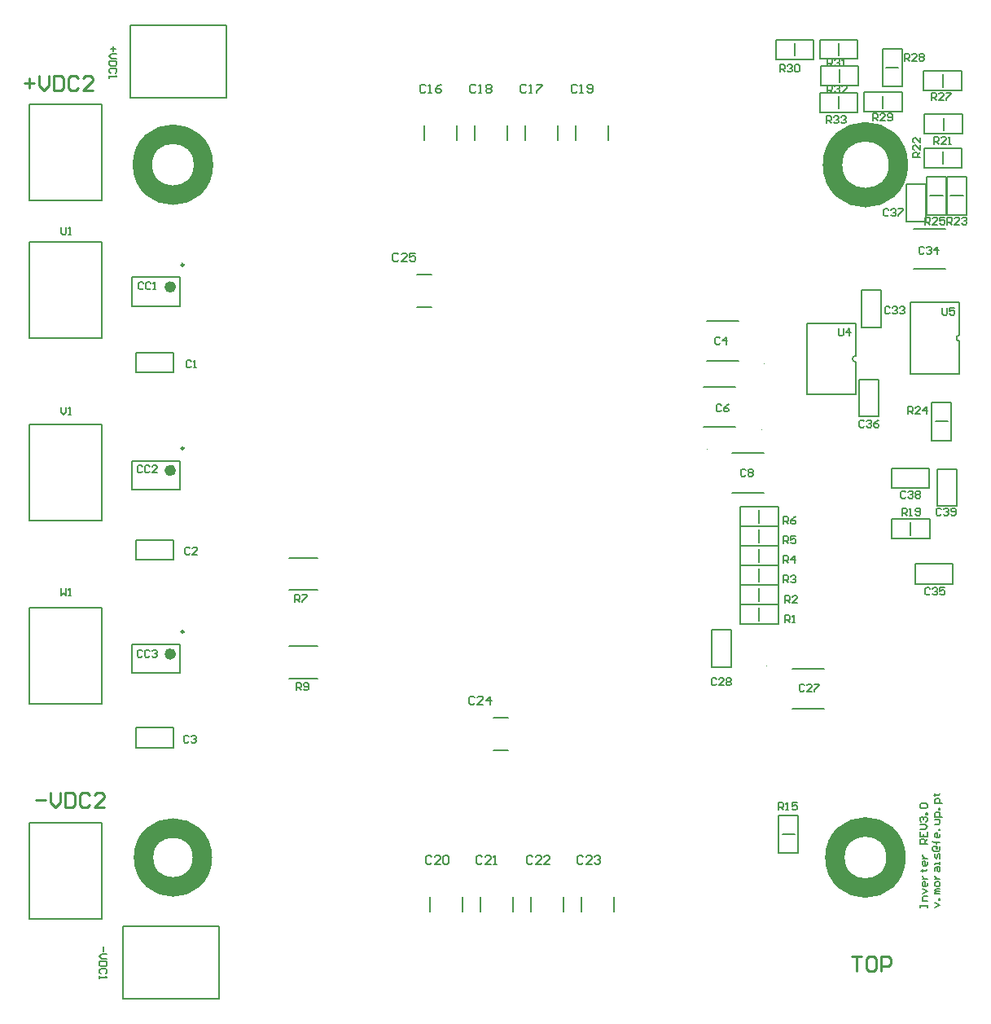
<source format=gbr>
G04 Layer_Color=65535*
%FSLAX26Y26*%
%MOIN*%
%TF.FileFunction,Legend,Top*%
%TF.Part,Single*%
G01*
G75*
%TA.AperFunction,NonConductor*%
%ADD49C,0.003937*%
%ADD50C,0.010000*%
%ADD51C,0.007874*%
%ADD52C,0.078740*%
%ADD53C,0.005000*%
%ADD54C,0.006000*%
%ADD83C,0.023622*%
%ADD84C,0.009842*%
%ADD85C,0.007000*%
D49*
X3022200Y-2520546D02*
G03*
X3022200Y-2520546I-1968J0D01*
G01*
X2777200Y-1635546D02*
G03*
X2777200Y-1635546I-1968J0D01*
G01*
X3000675Y-1553509D02*
G03*
X3000675Y-1553509I-1968J0D01*
G01*
X3011738Y-1283509D02*
G03*
X3011738Y-1283509I-1968J0D01*
G01*
X3519200Y-721546D02*
G03*
X3519200Y-721546I-1968J0D01*
G01*
D50*
X-16047Y-136033D02*
X23940D01*
X3946Y-116040D02*
Y-156027D01*
X43933Y-106043D02*
Y-146030D01*
X63927Y-166024D01*
X83920Y-146030D01*
Y-106043D01*
X103914D02*
Y-166024D01*
X133904D01*
X143901Y-156027D01*
Y-116040D01*
X133904Y-106043D01*
X103914D01*
X203882Y-116040D02*
X193885Y-106043D01*
X173891D01*
X163894Y-116040D01*
Y-156027D01*
X173891Y-166024D01*
X193885D01*
X203882Y-156027D01*
X263862Y-166024D02*
X223875D01*
X263862Y-126037D01*
Y-116040D01*
X253865Y-106043D01*
X233872D01*
X223875Y-116040D01*
X30000Y-3069537D02*
X69987D01*
X89981Y-3039547D02*
Y-3079534D01*
X109974Y-3099528D01*
X129968Y-3079534D01*
Y-3039547D01*
X149961D02*
Y-3099528D01*
X179952D01*
X189948Y-3089531D01*
Y-3049544D01*
X179952Y-3039547D01*
X149961D01*
X249929Y-3049544D02*
X239932Y-3039547D01*
X219939D01*
X209942Y-3049544D01*
Y-3089531D01*
X219939Y-3099528D01*
X239932D01*
X249929Y-3089531D01*
X309909Y-3099528D02*
X269922D01*
X309909Y-3059540D01*
Y-3049544D01*
X299913Y-3039547D01*
X279919D01*
X269922Y-3049544D01*
X3370000Y-3709547D02*
X3409987D01*
X3389994D01*
Y-3769528D01*
X3459971Y-3709547D02*
X3439977D01*
X3429981Y-3719544D01*
Y-3759531D01*
X3439977Y-3769528D01*
X3459971D01*
X3469968Y-3759531D01*
Y-3719544D01*
X3459971Y-3709547D01*
X3489961Y-3769528D02*
Y-3709547D01*
X3519952D01*
X3529948Y-3719544D01*
Y-3739537D01*
X3519952Y-3749534D01*
X3489961D01*
D51*
X3810000Y-1166594D02*
G03*
X3810000Y-1191594I0J-12500D01*
G01*
X3385000Y-1251594D02*
G03*
X3385000Y-1276594I0J-12500D01*
G01*
X421575Y-1048583D02*
Y-930472D01*
X618425Y-1048583D02*
Y-930472D01*
X421575Y-1048583D02*
X618425D01*
X421575Y-930472D02*
X618425D01*
X1590473Y-918071D02*
X1649528D01*
X1590473Y-1051929D02*
X1649528D01*
X1902472Y-2865929D02*
X1961527D01*
X1902472Y-2732071D02*
X1961527D01*
X2396929Y-3524528D02*
Y-3465472D01*
X2263071Y-3524528D02*
Y-3465472D01*
X2190262Y-3524528D02*
Y-3465472D01*
X2056404Y-3524528D02*
Y-3465472D01*
X1983596Y-3524528D02*
Y-3465472D01*
X1849737Y-3524528D02*
Y-3465472D01*
X1776929Y-3524528D02*
Y-3465472D01*
X1643071Y-3524528D02*
Y-3465472D01*
X1958596Y-369528D02*
Y-310473D01*
X1824737Y-369528D02*
Y-310473D01*
X2371929Y-369528D02*
Y-310473D01*
X2238071Y-369528D02*
Y-310473D01*
X2165262Y-369528D02*
Y-310473D01*
X2031404Y-369528D02*
Y-310473D01*
X1751929Y-369528D02*
Y-310473D01*
X1618071Y-369528D02*
Y-310473D01*
X297638Y-616850D02*
Y-223150D01*
X2362Y-616850D02*
Y-223150D01*
X297638D01*
X2362Y-616850D02*
X297638D01*
Y-3556378D02*
Y-3162677D01*
X2362Y-3556378D02*
Y-3162677D01*
X297638D01*
X2362Y-3556378D02*
X297638D01*
X3610000Y-1985118D02*
Y-1933937D01*
X3810000Y-1166594D02*
Y-1032834D01*
Y-1325354D02*
Y-1191594D01*
X3610000Y-1325354D02*
X3810000D01*
X3610000D02*
Y-1032834D01*
X3810000D01*
X3385000Y-1251594D02*
Y-1117834D01*
Y-1410354D02*
Y-1276594D01*
X3185000Y-1410354D02*
X3385000D01*
X3185000D02*
Y-1117834D01*
X3385000D01*
X3742000Y-467118D02*
Y-415937D01*
X3744000Y-329118D02*
Y-277937D01*
X3741000Y-151118D02*
Y-99937D01*
X3508811Y-72626D02*
X3559992D01*
X3497000Y-239118D02*
Y-187937D01*
X3316000Y-23118D02*
Y28063D01*
X3319000Y-131618D02*
Y-80437D01*
X3316000Y-240118D02*
Y-188937D01*
X3135000Y-24118D02*
Y27063D01*
X1064945Y-2572472D02*
X1183055D01*
X1064945Y-2440583D02*
X1183055D01*
X1064945Y-2210472D02*
X1183055D01*
X1064945Y-2078583D02*
X1183055D01*
X385150Y-3586890D02*
X778850D01*
X385150Y-3882165D02*
X778850D01*
X385150D02*
Y-3586890D01*
X778850Y-3882165D02*
Y-3586890D01*
X297638Y-2676378D02*
Y-2282677D01*
X2362Y-2676378D02*
Y-2282677D01*
X297638D01*
X2362Y-2676378D02*
X297638D01*
Y-1927165D02*
Y-1533465D01*
X2362Y-1927165D02*
Y-1533465D01*
X297638D01*
X2362Y-1927165D02*
X297638D01*
Y-1177953D02*
Y-784252D01*
X2362Y-1177953D02*
Y-784252D01*
X297638D01*
X2362Y-1177953D02*
X297638D01*
X3711409Y-1520528D02*
X3762591D01*
X3084409Y-3209528D02*
X3135591D01*
X2990000Y-2335118D02*
Y-2283937D01*
Y-2255118D02*
Y-2203937D01*
Y-2175118D02*
Y-2123937D01*
Y-2095118D02*
Y-2043937D01*
Y-2015118D02*
Y-1963937D01*
Y-1935118D02*
Y-1883937D01*
X421575Y-2550583D02*
Y-2432472D01*
X618425Y-2550583D02*
Y-2432472D01*
X421575Y-2550583D02*
X618425D01*
X421575Y-2432472D02*
X618425D01*
X421575Y-1799583D02*
Y-1681472D01*
X618425Y-1799583D02*
Y-1681472D01*
X421575Y-1799583D02*
X618425D01*
X421575Y-1681472D02*
X618425D01*
X3125039Y-2696220D02*
X3254961D01*
X3125039Y-2532835D02*
X3254961D01*
X2880039Y-1811220D02*
X3009961D01*
X2880039Y-1647835D02*
X3009961D01*
X2763976Y-1377835D02*
X2893898D01*
X2763976Y-1541220D02*
X2893898D01*
X2775039Y-1107835D02*
X2904961D01*
X2775039Y-1271220D02*
X2904961D01*
X416150Y-195165D02*
X809850D01*
X416150Y100110D02*
X809850D01*
Y-195165D02*
Y100110D01*
X416150Y-195165D02*
Y100110D01*
X3690409Y-597527D02*
X3741591D01*
X3622039Y-733835D02*
X3751961D01*
X3622039Y-897220D02*
X3751961D01*
X3773409Y-597528D02*
X3824591D01*
D52*
X710862Y-3304528D02*
G03*
X710862Y-3304528I-120508J0D01*
G01*
X3550000D02*
G03*
X3550000Y-3304528I-125000J0D01*
G01*
X3559773Y-469882D02*
G03*
X3559773Y-469882I-134774J0D01*
G01*
X715173D02*
G03*
X715173Y-469882I-124819J0D01*
G01*
D53*
X3780950Y-2185028D02*
Y-2104028D01*
X3629050D02*
X3780950D01*
X3629050Y-2185028D02*
X3780950D01*
X3629050D02*
Y-2104028D01*
X3532638Y-1999488D02*
Y-1919567D01*
Y-1999488D02*
X3687362D01*
Y-1919567D01*
X3532638D02*
X3687362D01*
X3399500Y-1348578D02*
X3480500D01*
X3399500Y-1500477D02*
Y-1348578D01*
X3480500Y-1500477D02*
Y-1348578D01*
X3399500Y-1500477D02*
X3480500D01*
X3664638Y-481488D02*
Y-401567D01*
Y-481488D02*
X3819362D01*
Y-401567D01*
X3664638D02*
X3819362D01*
X3821362Y-343488D02*
Y-263567D01*
X3666638D02*
X3821362D01*
X3666638Y-343488D02*
Y-263567D01*
Y-343488D02*
X3821362D01*
X3818362Y-165488D02*
Y-85567D01*
X3663638D02*
X3818362D01*
X3663638Y-165488D02*
Y-85567D01*
Y-165488D02*
X3818362D01*
X3494441Y4736D02*
X3574362D01*
X3494441Y-149988D02*
Y4736D01*
Y-149988D02*
X3574362D01*
Y4736D01*
Y-253488D02*
Y-173567D01*
X3419638D02*
X3574362D01*
X3419638Y-253488D02*
Y-173567D01*
Y-253488D02*
X3574362D01*
X3238638Y-37488D02*
Y42433D01*
Y-37488D02*
X3393362D01*
Y42433D01*
X3238638D02*
X3393362D01*
X3396362Y-145988D02*
Y-66067D01*
X3241638D02*
X3396362D01*
X3241638Y-145988D02*
Y-66067D01*
Y-145988D02*
X3396362D01*
X3238638Y-254488D02*
Y-174567D01*
Y-254488D02*
X3393362D01*
Y-174567D01*
X3238638D02*
X3393362D01*
X3057638Y-38488D02*
Y41433D01*
Y-38488D02*
X3212362D01*
Y41433D01*
X3057638D02*
X3212362D01*
X3776961Y-1597890D02*
Y-1443165D01*
X3697039Y-1597890D02*
X3776961D01*
X3697039D02*
Y-1443165D01*
X3776961D01*
X3149961Y-3286890D02*
Y-3132165D01*
X3070039Y-3286890D02*
X3149961D01*
X3070039D02*
Y-3132165D01*
X3149961D01*
X2912638Y-2269567D02*
X3067362D01*
Y-2349488D02*
Y-2269567D01*
X2912638Y-2349488D02*
X3067362D01*
X2912638D02*
Y-2269567D01*
Y-2189567D02*
X3067362D01*
Y-2269488D02*
Y-2189567D01*
X2912638Y-2269488D02*
X3067362D01*
X2912638D02*
Y-2189567D01*
Y-2109567D02*
X3067362D01*
Y-2189488D02*
Y-2109567D01*
X2912638Y-2189488D02*
X3067362D01*
X2912638D02*
Y-2109567D01*
Y-2029567D02*
X3067362D01*
Y-2109488D02*
Y-2029567D01*
X2912638Y-2109488D02*
X3067362D01*
X2912638D02*
Y-2029567D01*
Y-1949567D02*
X3067362D01*
Y-2029488D02*
Y-1949567D01*
X2912638Y-2029488D02*
X3067362D01*
X2912638D02*
Y-1949567D01*
Y-1869567D02*
X3067362D01*
Y-1949488D02*
Y-1869567D01*
X2912638Y-1949488D02*
X3067362D01*
X2912638D02*
Y-1869567D01*
X3684950Y-1794027D02*
Y-1713027D01*
X3533050D02*
X3684950D01*
X3533050Y-1794027D02*
X3684950D01*
X3533050D02*
Y-1713027D01*
X3676039Y-674890D02*
Y-520165D01*
X3755961D01*
Y-674890D02*
Y-520165D01*
X3676039Y-674890D02*
X3755961D01*
X3591500Y-549577D02*
X3672500D01*
X3591500Y-701477D02*
Y-549577D01*
X3672500Y-701477D02*
Y-549577D01*
X3591500Y-701477D02*
X3672500D01*
X3759039Y-520165D02*
X3838961D01*
X3759039Y-674890D02*
Y-520165D01*
Y-674890D02*
X3838961D01*
Y-520165D01*
X3718500Y-1715578D02*
X3799500D01*
X3718500Y-1867477D02*
Y-1715578D01*
X3799500Y-1867477D02*
Y-1715578D01*
X3718500Y-1867477D02*
X3799500D01*
X3408500Y-983577D02*
X3489500D01*
X3408500Y-1135477D02*
Y-983577D01*
X3489500Y-1135477D02*
Y-983577D01*
X3408500Y-1135477D02*
X3489500D01*
X440050Y-1319027D02*
Y-1238027D01*
Y-1319027D02*
X591950D01*
X440050Y-1238027D02*
X591950D01*
Y-1319027D02*
Y-1238027D01*
X440050Y-2087028D02*
Y-2006027D01*
Y-2087028D02*
X591950D01*
X440050Y-2006027D02*
X591950D01*
Y-2087028D02*
Y-2006027D01*
X440050Y-2855028D02*
Y-2774028D01*
Y-2855028D02*
X591950D01*
X440050Y-2774028D02*
X591950D01*
Y-2855028D02*
Y-2774028D01*
X2794500Y-2525477D02*
X2875500D01*
Y-2373577D01*
X2794500Y-2525477D02*
Y-2373577D01*
X2875500D01*
D54*
X3648624Y-3508528D02*
Y-3498531D01*
Y-3503529D01*
X3678615D01*
Y-3508528D01*
Y-3498531D01*
Y-3483536D02*
X3658621D01*
Y-3468540D01*
X3663620Y-3463542D01*
X3678615D01*
X3658621Y-3453545D02*
X3678615Y-3443548D01*
X3658621Y-3433552D01*
X3678615Y-3408560D02*
Y-3418557D01*
X3673616Y-3423555D01*
X3663620D01*
X3658621Y-3418557D01*
Y-3408560D01*
X3663620Y-3403561D01*
X3668618D01*
Y-3423555D01*
X3658621Y-3393565D02*
X3678615D01*
X3668618D01*
X3663620Y-3388566D01*
X3658621Y-3383568D01*
Y-3378570D01*
X3653623Y-3358576D02*
X3658621D01*
Y-3363574D01*
Y-3353578D01*
Y-3358576D01*
X3673616D01*
X3678615Y-3353578D01*
Y-3323587D02*
Y-3333584D01*
X3673616Y-3338582D01*
X3663620D01*
X3658621Y-3333584D01*
Y-3323587D01*
X3663620Y-3318589D01*
X3668618D01*
Y-3338582D01*
X3658621Y-3308592D02*
X3678615D01*
X3668618D01*
X3663620Y-3303594D01*
X3658621Y-3298595D01*
Y-3293597D01*
X3678615Y-3248612D02*
X3648624D01*
Y-3233616D01*
X3653623Y-3228618D01*
X3663620D01*
X3668618Y-3233616D01*
Y-3248612D01*
Y-3238615D02*
X3678615Y-3228618D01*
X3648624Y-3198628D02*
Y-3218621D01*
X3678615D01*
Y-3198628D01*
X3663620Y-3218621D02*
Y-3208624D01*
X3648624Y-3188631D02*
X3668618D01*
X3678615Y-3178634D01*
X3668618Y-3168637D01*
X3648624D01*
X3653623Y-3158641D02*
X3648624Y-3153642D01*
Y-3143646D01*
X3653623Y-3138647D01*
X3658621D01*
X3663620Y-3143646D01*
Y-3148644D01*
Y-3143646D01*
X3668618Y-3138647D01*
X3673616D01*
X3678615Y-3143646D01*
Y-3153642D01*
X3673616Y-3158641D01*
X3678615Y-3128650D02*
X3673616D01*
Y-3123652D01*
X3678615D01*
Y-3128650D01*
X3653623Y-3103659D02*
X3648624Y-3098660D01*
Y-3088663D01*
X3653623Y-3083665D01*
X3673616D01*
X3678615Y-3088663D01*
Y-3098660D01*
X3673616Y-3103659D01*
X3653623D01*
X3709010Y-3508528D02*
X3729003Y-3498531D01*
X3709010Y-3488534D01*
X3729003Y-3478537D02*
X3724005D01*
Y-3473539D01*
X3729003D01*
Y-3478537D01*
Y-3453545D02*
X3709010D01*
Y-3448547D01*
X3714008Y-3443548D01*
X3729003D01*
X3714008D01*
X3709010Y-3438550D01*
X3714008Y-3433552D01*
X3729003D01*
Y-3418557D02*
Y-3408560D01*
X3724005Y-3403561D01*
X3714008D01*
X3709010Y-3408560D01*
Y-3418557D01*
X3714008Y-3423555D01*
X3724005D01*
X3729003Y-3418557D01*
X3709010Y-3393565D02*
X3729003D01*
X3719006D01*
X3714008Y-3388566D01*
X3709010Y-3383568D01*
Y-3378570D01*
Y-3358576D02*
Y-3348579D01*
X3714008Y-3343581D01*
X3729003D01*
Y-3358576D01*
X3724005Y-3363574D01*
X3719006Y-3358576D01*
Y-3343581D01*
X3729003Y-3333584D02*
Y-3323587D01*
Y-3328586D01*
X3709010D01*
Y-3333584D01*
X3729003Y-3308592D02*
Y-3293597D01*
X3724005Y-3288599D01*
X3719006Y-3293597D01*
Y-3303594D01*
X3714008Y-3308592D01*
X3709010Y-3303594D01*
Y-3288599D01*
X3719006Y-3263607D02*
X3714008D01*
Y-3268605D01*
X3719006D01*
Y-3263607D01*
X3714008Y-3258608D01*
X3704011D01*
X3699013Y-3263607D01*
Y-3273604D01*
X3704011Y-3278602D01*
X3724005D01*
X3729003Y-3273604D01*
Y-3258608D01*
Y-3243613D02*
X3704011D01*
X3714008D01*
Y-3248612D01*
Y-3238615D01*
Y-3243613D01*
X3704011D01*
X3699013Y-3238615D01*
X3729003Y-3208624D02*
Y-3218621D01*
X3724005Y-3223620D01*
X3714008D01*
X3709010Y-3218621D01*
Y-3208624D01*
X3714008Y-3203626D01*
X3719006D01*
Y-3223620D01*
X3729003Y-3193629D02*
X3724005D01*
Y-3188631D01*
X3729003D01*
Y-3193629D01*
X3709010Y-3168637D02*
X3724005D01*
X3729003Y-3163639D01*
Y-3148644D01*
X3709010D01*
X3739000Y-3138647D02*
X3709010D01*
Y-3123652D01*
X3714008Y-3118654D01*
X3724005D01*
X3729003Y-3123652D01*
Y-3138647D01*
Y-3108657D02*
X3724005D01*
Y-3103659D01*
X3729003D01*
Y-3108657D01*
X3739000Y-3083665D02*
X3709010D01*
Y-3068670D01*
X3714008Y-3063671D01*
X3724005D01*
X3729003Y-3068670D01*
Y-3083665D01*
X3704011Y-3048676D02*
X3709010D01*
Y-3053675D01*
Y-3043678D01*
Y-3048676D01*
X3724005D01*
X3729003Y-3043678D01*
X469993Y-954536D02*
X464995Y-949537D01*
X454998D01*
X450000Y-954536D01*
Y-974529D01*
X454998Y-979528D01*
X464995D01*
X469993Y-974529D01*
X499984Y-954536D02*
X494986Y-949537D01*
X484989D01*
X479990Y-954536D01*
Y-974529D01*
X484989Y-979528D01*
X494986D01*
X499984Y-974529D01*
X509981Y-979528D02*
X519977D01*
X514979D01*
Y-949537D01*
X509981Y-954536D01*
X3174994Y-2599536D02*
X3169995Y-2594537D01*
X3159998D01*
X3155000Y-2599536D01*
Y-2619529D01*
X3159998Y-2624528D01*
X3169995D01*
X3174994Y-2619529D01*
X3204984Y-2624528D02*
X3184990D01*
X3204984Y-2604534D01*
Y-2599536D01*
X3199985Y-2594537D01*
X3189989D01*
X3184990Y-2599536D01*
X3214981Y-2594537D02*
X3234974D01*
Y-2599536D01*
X3214981Y-2619529D01*
Y-2624528D01*
X3070000Y-3109528D02*
Y-3079537D01*
X3084995D01*
X3089994Y-3084536D01*
Y-3094532D01*
X3084995Y-3099531D01*
X3070000D01*
X3079997D02*
X3089994Y-3109528D01*
X3099990D02*
X3109987D01*
X3104989D01*
Y-3079537D01*
X3099990Y-3084536D01*
X3144976Y-3079537D02*
X3124982D01*
Y-3094532D01*
X3134979Y-3089534D01*
X3139977D01*
X3144976Y-3094532D01*
Y-3104529D01*
X3139977Y-3109528D01*
X3129981D01*
X3124982Y-3104529D01*
X3097047Y-2343031D02*
Y-2313041D01*
X3112043D01*
X3117041Y-2318039D01*
Y-2328036D01*
X3112043Y-2333035D01*
X3097047D01*
X3107044D02*
X3117041Y-2343031D01*
X3127038D02*
X3137034D01*
X3132036D01*
Y-2313041D01*
X3127038Y-2318039D01*
X3097047Y-2263031D02*
Y-2233041D01*
X3112043D01*
X3117041Y-2238039D01*
Y-2248036D01*
X3112043Y-2253035D01*
X3097047D01*
X3107044D02*
X3117041Y-2263031D01*
X3147031D02*
X3127038D01*
X3147031Y-2243038D01*
Y-2238039D01*
X3142033Y-2233041D01*
X3132036D01*
X3127038Y-2238039D01*
X3089370Y-2179528D02*
Y-2149537D01*
X3104365D01*
X3109364Y-2154536D01*
Y-2164532D01*
X3104365Y-2169531D01*
X3089370D01*
X3099367D02*
X3109364Y-2179528D01*
X3119360Y-2154536D02*
X3124359Y-2149537D01*
X3134356D01*
X3139354Y-2154536D01*
Y-2159534D01*
X3134356Y-2164532D01*
X3129357D01*
X3134356D01*
X3139354Y-2169531D01*
Y-2174529D01*
X3134356Y-2179528D01*
X3124359D01*
X3119360Y-2174529D01*
X3090000Y-2099528D02*
Y-2069537D01*
X3104995D01*
X3109994Y-2074536D01*
Y-2084532D01*
X3104995Y-2089531D01*
X3090000D01*
X3099997D02*
X3109994Y-2099528D01*
X3134985D02*
Y-2069537D01*
X3119990Y-2084532D01*
X3139984D01*
X3090000Y-2019527D02*
Y-1989537D01*
X3104995D01*
X3109994Y-1994536D01*
Y-2004532D01*
X3104995Y-2009531D01*
X3090000D01*
X3099997D02*
X3109994Y-2019527D01*
X3139984Y-1989537D02*
X3119990D01*
Y-2004532D01*
X3129987Y-1999534D01*
X3134985D01*
X3139984Y-2004532D01*
Y-2014529D01*
X3134985Y-2019527D01*
X3124989D01*
X3119990Y-2014529D01*
X3090000Y-1939527D02*
Y-1909537D01*
X3104995D01*
X3109994Y-1914536D01*
Y-1924532D01*
X3104995Y-1929531D01*
X3090000D01*
X3099997D02*
X3109994Y-1939527D01*
X3139984Y-1909537D02*
X3129987Y-1914536D01*
X3119990Y-1924532D01*
Y-1934529D01*
X3124989Y-1939527D01*
X3134985D01*
X3139984Y-1934529D01*
Y-1929531D01*
X3134985Y-1924532D01*
X3119990D01*
X2934994Y-1719536D02*
X2929995Y-1714537D01*
X2919998D01*
X2915000Y-1719536D01*
Y-1739529D01*
X2919998Y-1744527D01*
X2929995D01*
X2934994Y-1739529D01*
X2944990Y-1719536D02*
X2949989Y-1714537D01*
X2959985D01*
X2964984Y-1719536D01*
Y-1724534D01*
X2959985Y-1729532D01*
X2964984Y-1734531D01*
Y-1739529D01*
X2959985Y-1744527D01*
X2949989D01*
X2944990Y-1739529D01*
Y-1734531D01*
X2949989Y-1729532D01*
X2944990Y-1724534D01*
Y-1719536D01*
X2949989Y-1729532D02*
X2959985D01*
X2834994Y-1454536D02*
X2829995Y-1449537D01*
X2819998D01*
X2815000Y-1454536D01*
Y-1474529D01*
X2819998Y-1479527D01*
X2829995D01*
X2834994Y-1474529D01*
X2864984Y-1449537D02*
X2854987Y-1454536D01*
X2844990Y-1464532D01*
Y-1474529D01*
X2849989Y-1479527D01*
X2859985D01*
X2864984Y-1474529D01*
Y-1469531D01*
X2859985Y-1464532D01*
X2844990D01*
X2829994Y-1179536D02*
X2824995Y-1174537D01*
X2814998D01*
X2810000Y-1179536D01*
Y-1199529D01*
X2814998Y-1204527D01*
X2824995D01*
X2829994Y-1199529D01*
X2854985Y-1204527D02*
Y-1174537D01*
X2839990Y-1189532D01*
X2859984D01*
X304995Y-3669528D02*
Y-3689521D01*
X319990Y-3699518D02*
X299997D01*
X290000Y-3709515D01*
X299997Y-3719511D01*
X319990D01*
Y-3729508D02*
X290000D01*
Y-3744503D01*
X294998Y-3749502D01*
X314992D01*
X319990Y-3744503D01*
Y-3729508D01*
X314992Y-3779492D02*
X319990Y-3774494D01*
Y-3764497D01*
X314992Y-3759498D01*
X294998D01*
X290000Y-3764497D01*
Y-3774494D01*
X294998Y-3779492D01*
X290000Y-3789489D02*
Y-3799485D01*
Y-3794487D01*
X319990D01*
X314992Y-3789489D01*
X344995Y15473D02*
Y-4521D01*
X354992Y5476D02*
X334998D01*
X359990Y-14518D02*
X339997D01*
X330000Y-24515D01*
X339997Y-34511D01*
X359990D01*
Y-44508D02*
X330000D01*
Y-59503D01*
X334998Y-64502D01*
X354992D01*
X359990Y-59503D01*
Y-44508D01*
X354992Y-94492D02*
X359990Y-89494D01*
Y-79497D01*
X354992Y-74498D01*
X334998D01*
X330000Y-79497D01*
Y-89494D01*
X334998Y-94492D01*
X330000Y-104489D02*
Y-114486D01*
Y-109487D01*
X359990D01*
X354992Y-104489D01*
X133000Y-2203537D02*
Y-2233528D01*
X142997Y-2223531D01*
X152994Y-2233528D01*
Y-2203537D01*
X162990Y-2233528D02*
X172987D01*
X167989D01*
Y-2203537D01*
X162990Y-2208536D01*
X133000Y-1462537D02*
Y-1482531D01*
X142997Y-1492527D01*
X152994Y-1482531D01*
Y-1462537D01*
X162990Y-1492527D02*
X172987D01*
X167989D01*
Y-1462537D01*
X162990Y-1467536D01*
X133000Y-724537D02*
Y-749529D01*
X137998Y-754528D01*
X147995D01*
X152994Y-749529D01*
Y-724537D01*
X162990Y-754528D02*
X172987D01*
X167989D01*
Y-724537D01*
X162990Y-729536D01*
X654994Y-2809536D02*
X649995Y-2804537D01*
X639998D01*
X635000Y-2809536D01*
Y-2829529D01*
X639998Y-2834528D01*
X649995D01*
X654994Y-2829529D01*
X664990Y-2809536D02*
X669989Y-2804537D01*
X679986D01*
X684984Y-2809536D01*
Y-2814534D01*
X679986Y-2819532D01*
X674987D01*
X679986D01*
X684984Y-2824531D01*
Y-2829529D01*
X679986Y-2834528D01*
X669989D01*
X664990Y-2829529D01*
X659994Y-2039536D02*
X654995Y-2034537D01*
X644998D01*
X640000Y-2039536D01*
Y-2059529D01*
X644998Y-2064528D01*
X654995D01*
X659994Y-2059529D01*
X689984Y-2064528D02*
X669990D01*
X689984Y-2044534D01*
Y-2039536D01*
X684986Y-2034537D01*
X674989D01*
X669990Y-2039536D01*
X664994Y-1274536D02*
X659995Y-1269537D01*
X649998D01*
X645000Y-1274536D01*
Y-1294529D01*
X649998Y-1299527D01*
X659995D01*
X664994Y-1294529D01*
X674990Y-1299527D02*
X684987D01*
X679989D01*
Y-1269537D01*
X674990Y-1274536D01*
X464993Y-1704536D02*
X459995Y-1699537D01*
X449998D01*
X445000Y-1704536D01*
Y-1724529D01*
X449998Y-1729527D01*
X459995D01*
X464993Y-1724529D01*
X494984Y-1704536D02*
X489986Y-1699537D01*
X479989D01*
X474990Y-1704536D01*
Y-1724529D01*
X479989Y-1729527D01*
X489986D01*
X494984Y-1724529D01*
X524974Y-1729527D02*
X504981D01*
X524974Y-1709534D01*
Y-1704536D01*
X519976Y-1699537D01*
X509979D01*
X504981Y-1704536D01*
X464993Y-2459536D02*
X459995Y-2454537D01*
X449998D01*
X445000Y-2459536D01*
Y-2479529D01*
X449998Y-2484528D01*
X459995D01*
X464993Y-2479529D01*
X494984Y-2459536D02*
X489986Y-2454537D01*
X479989D01*
X474990Y-2459536D01*
Y-2479529D01*
X479989Y-2484528D01*
X489986D01*
X494984Y-2479529D01*
X504981Y-2459536D02*
X509979Y-2454537D01*
X519976D01*
X524974Y-2459536D01*
Y-2464534D01*
X519976Y-2469532D01*
X514977D01*
X519976D01*
X524974Y-2474531D01*
Y-2479529D01*
X519976Y-2484528D01*
X509979D01*
X504981Y-2479529D01*
X3524994Y-1054536D02*
X3519995Y-1049537D01*
X3509998D01*
X3505000Y-1054536D01*
Y-1074529D01*
X3509998Y-1079527D01*
X3519995D01*
X3524994Y-1074529D01*
X3534990Y-1054536D02*
X3539989Y-1049537D01*
X3549985D01*
X3554984Y-1054536D01*
Y-1059534D01*
X3549985Y-1064532D01*
X3544987D01*
X3549985D01*
X3554984Y-1069531D01*
Y-1074529D01*
X3549985Y-1079527D01*
X3539989D01*
X3534990Y-1074529D01*
X3564981Y-1054536D02*
X3569979Y-1049537D01*
X3579976D01*
X3584974Y-1054536D01*
Y-1059534D01*
X3579976Y-1064532D01*
X3574977D01*
X3579976D01*
X3584974Y-1069531D01*
Y-1074529D01*
X3579976Y-1079527D01*
X3569979D01*
X3564981Y-1074529D01*
X3664994Y-809536D02*
X3659995Y-804537D01*
X3649998D01*
X3645000Y-809536D01*
Y-829529D01*
X3649998Y-834528D01*
X3659995D01*
X3664994Y-829529D01*
X3674990Y-809536D02*
X3679989Y-804537D01*
X3689985D01*
X3694984Y-809536D01*
Y-814534D01*
X3689985Y-819532D01*
X3684987D01*
X3689985D01*
X3694984Y-824531D01*
Y-829529D01*
X3689985Y-834528D01*
X3679989D01*
X3674990Y-829529D01*
X3719976Y-834528D02*
Y-804537D01*
X3704981Y-819532D01*
X3724974D01*
X3519994Y-654536D02*
X3514995Y-649537D01*
X3504998D01*
X3500000Y-654536D01*
Y-674529D01*
X3504998Y-679528D01*
X3514995D01*
X3519994Y-674529D01*
X3529990Y-654536D02*
X3534989Y-649537D01*
X3544985D01*
X3549984Y-654536D01*
Y-659534D01*
X3544985Y-664532D01*
X3539987D01*
X3544985D01*
X3549984Y-669531D01*
Y-674529D01*
X3544985Y-679528D01*
X3534989D01*
X3529990Y-674529D01*
X3559981Y-649537D02*
X3579974D01*
Y-654536D01*
X3559981Y-674529D01*
Y-679528D01*
X3589994Y-1809536D02*
X3584995Y-1804537D01*
X3574998D01*
X3570000Y-1809536D01*
Y-1829529D01*
X3574998Y-1834527D01*
X3584995D01*
X3589994Y-1829529D01*
X3599990Y-1809536D02*
X3604989Y-1804537D01*
X3614985D01*
X3619984Y-1809536D01*
Y-1814534D01*
X3614985Y-1819532D01*
X3609987D01*
X3614985D01*
X3619984Y-1824531D01*
Y-1829529D01*
X3614985Y-1834527D01*
X3604989D01*
X3599990Y-1829529D01*
X3629981Y-1809536D02*
X3634979Y-1804537D01*
X3644976D01*
X3649974Y-1809536D01*
Y-1814534D01*
X3644976Y-1819532D01*
X3649974Y-1824531D01*
Y-1829529D01*
X3644976Y-1834527D01*
X3634979D01*
X3629981Y-1829529D01*
Y-1824531D01*
X3634979Y-1819532D01*
X3629981Y-1814534D01*
Y-1809536D01*
X3634979Y-1819532D02*
X3644976D01*
X3734994Y-1879536D02*
X3729995Y-1874537D01*
X3719998D01*
X3715000Y-1879536D01*
Y-1899529D01*
X3719998Y-1904527D01*
X3729995D01*
X3734994Y-1899529D01*
X3744990Y-1879536D02*
X3749989Y-1874537D01*
X3759985D01*
X3764984Y-1879536D01*
Y-1884534D01*
X3759985Y-1889532D01*
X3754987D01*
X3759985D01*
X3764984Y-1894531D01*
Y-1899529D01*
X3759985Y-1904527D01*
X3749989D01*
X3744990Y-1899529D01*
X3774981D02*
X3779979Y-1904527D01*
X3789976D01*
X3794974Y-1899529D01*
Y-1879536D01*
X3789976Y-1874537D01*
X3779979D01*
X3774981Y-1879536D01*
Y-1884534D01*
X3779979Y-1889532D01*
X3794974D01*
X1090000Y-2259528D02*
Y-2229537D01*
X1104995D01*
X1109994Y-2234536D01*
Y-2244532D01*
X1104995Y-2249531D01*
X1090000D01*
X1099997D02*
X1109994Y-2259528D01*
X1119990Y-2229537D02*
X1139984D01*
Y-2234536D01*
X1119990Y-2254529D01*
Y-2259528D01*
X1095000Y-2619528D02*
Y-2589537D01*
X1109995D01*
X1114994Y-2594536D01*
Y-2604532D01*
X1109995Y-2609531D01*
X1095000D01*
X1104997D02*
X1114994Y-2619528D01*
X1124990Y-2614529D02*
X1129989Y-2619528D01*
X1139986D01*
X1144984Y-2614529D01*
Y-2594536D01*
X1139986Y-2589537D01*
X1129989D01*
X1124990Y-2594536D01*
Y-2599534D01*
X1129989Y-2604532D01*
X1144984D01*
X3600000Y-1489527D02*
Y-1459537D01*
X3614995D01*
X3619994Y-1464536D01*
Y-1474532D01*
X3614995Y-1479531D01*
X3600000D01*
X3609997D02*
X3619994Y-1489527D01*
X3649984D02*
X3629990D01*
X3649984Y-1469534D01*
Y-1464536D01*
X3644985Y-1459537D01*
X3634989D01*
X3629990Y-1464536D01*
X3674976Y-1489527D02*
Y-1459537D01*
X3659981Y-1474532D01*
X3679974D01*
X3670000Y-714528D02*
Y-684537D01*
X3684995D01*
X3689994Y-689536D01*
Y-699532D01*
X3684995Y-704531D01*
X3670000D01*
X3679997D02*
X3689994Y-714528D01*
X3719984D02*
X3699990D01*
X3719984Y-694534D01*
Y-689536D01*
X3714985Y-684537D01*
X3704989D01*
X3699990Y-689536D01*
X3749974Y-684537D02*
X3729981D01*
Y-699532D01*
X3739977Y-694534D01*
X3744976D01*
X3749974Y-699532D01*
Y-709529D01*
X3744976Y-714528D01*
X3734979D01*
X3729981Y-709529D01*
X3740000Y-1054537D02*
Y-1079529D01*
X3744998Y-1084527D01*
X3754995D01*
X3759994Y-1079529D01*
Y-1054537D01*
X3789984D02*
X3769990D01*
Y-1069532D01*
X3779987Y-1064534D01*
X3784985D01*
X3789984Y-1069532D01*
Y-1079529D01*
X3784985Y-1084527D01*
X3774989D01*
X3769990Y-1079529D01*
X3705000Y-384527D02*
Y-354537D01*
X3719995D01*
X3724994Y-359536D01*
Y-369532D01*
X3719995Y-374531D01*
X3705000D01*
X3714997D02*
X3724994Y-384527D01*
X3754984D02*
X3734990D01*
X3754984Y-364534D01*
Y-359536D01*
X3749985Y-354537D01*
X3739989D01*
X3734990Y-359536D01*
X3764981Y-384527D02*
X3774977D01*
X3769979D01*
Y-354537D01*
X3764981Y-359536D01*
X3650000Y-439527D02*
X3620010D01*
Y-424532D01*
X3625008Y-419534D01*
X3635005D01*
X3640003Y-424532D01*
Y-439527D01*
Y-429531D02*
X3650000Y-419534D01*
Y-389544D02*
Y-409537D01*
X3630006Y-389544D01*
X3625008D01*
X3620010Y-394542D01*
Y-404539D01*
X3625008Y-409537D01*
X3650000Y-359553D02*
Y-379547D01*
X3630006Y-359553D01*
X3625008D01*
X3620010Y-364552D01*
Y-374548D01*
X3625008Y-379547D01*
X3760000Y-714528D02*
Y-684537D01*
X3774995D01*
X3779994Y-689536D01*
Y-699532D01*
X3774995Y-704531D01*
X3760000D01*
X3769997D02*
X3779994Y-714528D01*
X3809984D02*
X3789990D01*
X3809984Y-694534D01*
Y-689536D01*
X3804985Y-684537D01*
X3794989D01*
X3789990Y-689536D01*
X3819981D02*
X3824979Y-684537D01*
X3834976D01*
X3839974Y-689536D01*
Y-694534D01*
X3834976Y-699532D01*
X3829977D01*
X3834976D01*
X3839974Y-704531D01*
Y-709529D01*
X3834976Y-714528D01*
X3824979D01*
X3819981Y-709529D01*
X3695000Y-204528D02*
Y-174537D01*
X3709995D01*
X3714994Y-179536D01*
Y-189532D01*
X3709995Y-194531D01*
X3695000D01*
X3704997D02*
X3714994Y-204528D01*
X3744984D02*
X3724990D01*
X3744984Y-184534D01*
Y-179536D01*
X3739985Y-174537D01*
X3729989D01*
X3724990Y-179536D01*
X3754981Y-174537D02*
X3774974D01*
Y-179536D01*
X3754981Y-199529D01*
Y-204528D01*
X3585000Y-44528D02*
Y-14537D01*
X3599995D01*
X3604994Y-19536D01*
Y-29532D01*
X3599995Y-34531D01*
X3585000D01*
X3594997D02*
X3604994Y-44528D01*
X3634984D02*
X3614990D01*
X3634984Y-24534D01*
Y-19536D01*
X3629985Y-14537D01*
X3619989D01*
X3614990Y-19536D01*
X3644981D02*
X3649979Y-14537D01*
X3659976D01*
X3664974Y-19536D01*
Y-24534D01*
X3659976Y-29532D01*
X3664974Y-34531D01*
Y-39529D01*
X3659976Y-44528D01*
X3649979D01*
X3644981Y-39529D01*
Y-34531D01*
X3649979Y-29532D01*
X3644981Y-24534D01*
Y-19536D01*
X3649979Y-29532D02*
X3659976D01*
X3455000Y-289527D02*
Y-259537D01*
X3469995D01*
X3474994Y-264536D01*
Y-274532D01*
X3469995Y-279531D01*
X3455000D01*
X3464997D02*
X3474994Y-289527D01*
X3504984D02*
X3484990D01*
X3504984Y-269534D01*
Y-264536D01*
X3499985Y-259537D01*
X3489989D01*
X3484990Y-264536D01*
X3514981Y-284529D02*
X3519979Y-289527D01*
X3529976D01*
X3534974Y-284529D01*
Y-264536D01*
X3529976Y-259537D01*
X3519979D01*
X3514981Y-264536D01*
Y-269534D01*
X3519979Y-274532D01*
X3534974D01*
X3075000Y-89528D02*
Y-59537D01*
X3089995D01*
X3094994Y-64536D01*
Y-74532D01*
X3089995Y-79531D01*
X3075000D01*
X3084997D02*
X3094994Y-89528D01*
X3104990Y-64536D02*
X3109989Y-59537D01*
X3119985D01*
X3124984Y-64536D01*
Y-69534D01*
X3119985Y-74532D01*
X3114987D01*
X3119985D01*
X3124984Y-79531D01*
Y-84529D01*
X3119985Y-89528D01*
X3109989D01*
X3104990Y-84529D01*
X3134981Y-64536D02*
X3139979Y-59537D01*
X3149976D01*
X3154974Y-64536D01*
Y-84529D01*
X3149976Y-89528D01*
X3139979D01*
X3134981Y-84529D01*
Y-64536D01*
X3270000Y-66067D02*
Y-36077D01*
X3284995D01*
X3289994Y-41075D01*
Y-51072D01*
X3284995Y-56070D01*
X3270000D01*
X3279997D02*
X3289994Y-66067D01*
X3299990Y-41075D02*
X3304989Y-36077D01*
X3314985D01*
X3319984Y-41075D01*
Y-46073D01*
X3314985Y-51072D01*
X3309987D01*
X3314985D01*
X3319984Y-56070D01*
Y-61069D01*
X3314985Y-66067D01*
X3304989D01*
X3299990Y-61069D01*
X3329981Y-66067D02*
X3339977D01*
X3334979D01*
Y-36077D01*
X3329981Y-41075D01*
X3270000Y-174567D02*
Y-144577D01*
X3284995D01*
X3289994Y-149575D01*
Y-159572D01*
X3284995Y-164570D01*
X3270000D01*
X3279997D02*
X3289994Y-174567D01*
X3299990Y-149575D02*
X3304989Y-144577D01*
X3314985D01*
X3319984Y-149575D01*
Y-154573D01*
X3314985Y-159572D01*
X3309987D01*
X3314985D01*
X3319984Y-164570D01*
Y-169569D01*
X3314985Y-174567D01*
X3304989D01*
X3299990Y-169569D01*
X3349974Y-174567D02*
X3329981D01*
X3349974Y-154573D01*
Y-149575D01*
X3344976Y-144577D01*
X3334979D01*
X3329981Y-149575D01*
X3265000Y-299527D02*
Y-269537D01*
X3279995D01*
X3284994Y-274536D01*
Y-284532D01*
X3279995Y-289531D01*
X3265000D01*
X3274997D02*
X3284994Y-299527D01*
X3294990Y-274536D02*
X3299989Y-269537D01*
X3309985D01*
X3314984Y-274536D01*
Y-279534D01*
X3309985Y-284532D01*
X3304987D01*
X3309985D01*
X3314984Y-289531D01*
Y-294529D01*
X3309985Y-299527D01*
X3299989D01*
X3294990Y-294529D01*
X3324981Y-274536D02*
X3329979Y-269537D01*
X3339976D01*
X3344974Y-274536D01*
Y-279534D01*
X3339976Y-284532D01*
X3334977D01*
X3339976D01*
X3344974Y-289531D01*
Y-294529D01*
X3339976Y-299527D01*
X3329979D01*
X3324981Y-294529D01*
X2814994Y-2574536D02*
X2809995Y-2569537D01*
X2799998D01*
X2795000Y-2574536D01*
Y-2594529D01*
X2799998Y-2599528D01*
X2809995D01*
X2814994Y-2594529D01*
X2844984Y-2599528D02*
X2824990D01*
X2844984Y-2579534D01*
Y-2574536D01*
X2839985Y-2569537D01*
X2829989D01*
X2824990Y-2574536D01*
X2854981D02*
X2859979Y-2569537D01*
X2869976D01*
X2874974Y-2574536D01*
Y-2579534D01*
X2869976Y-2584532D01*
X2874974Y-2589531D01*
Y-2594529D01*
X2869976Y-2599528D01*
X2859979D01*
X2854981Y-2594529D01*
Y-2589531D01*
X2859979Y-2584532D01*
X2854981Y-2579534D01*
Y-2574536D01*
X2859979Y-2584532D02*
X2869976D01*
X3689994Y-2204536D02*
X3684995Y-2199537D01*
X3674998D01*
X3670000Y-2204536D01*
Y-2224529D01*
X3674998Y-2229528D01*
X3684995D01*
X3689994Y-2224529D01*
X3699990Y-2204536D02*
X3704989Y-2199537D01*
X3714985D01*
X3719984Y-2204536D01*
Y-2209534D01*
X3714985Y-2214532D01*
X3709987D01*
X3714985D01*
X3719984Y-2219531D01*
Y-2224529D01*
X3714985Y-2229528D01*
X3704989D01*
X3699990Y-2224529D01*
X3749974Y-2199537D02*
X3729981D01*
Y-2214532D01*
X3739977Y-2209534D01*
X3744976D01*
X3749974Y-2214532D01*
Y-2224529D01*
X3744976Y-2229528D01*
X3734979D01*
X3729981Y-2224529D01*
X3419994Y-1519536D02*
X3414995Y-1514537D01*
X3404998D01*
X3400000Y-1519536D01*
Y-1539529D01*
X3404998Y-1544527D01*
X3414995D01*
X3419994Y-1539529D01*
X3429990Y-1519536D02*
X3434989Y-1514537D01*
X3444985D01*
X3449984Y-1519536D01*
Y-1524534D01*
X3444985Y-1529532D01*
X3439987D01*
X3444985D01*
X3449984Y-1534531D01*
Y-1539529D01*
X3444985Y-1544527D01*
X3434989D01*
X3429990Y-1539529D01*
X3479974Y-1514537D02*
X3469977Y-1519536D01*
X3459981Y-1529532D01*
Y-1539529D01*
X3464979Y-1544527D01*
X3474976D01*
X3479974Y-1539529D01*
Y-1534531D01*
X3474976Y-1529532D01*
X3459981D01*
X3575000Y-1904527D02*
Y-1874537D01*
X3589995D01*
X3594994Y-1879536D01*
Y-1889532D01*
X3589995Y-1894531D01*
X3575000D01*
X3584997D02*
X3594994Y-1904527D01*
X3604990D02*
X3614987D01*
X3609989D01*
Y-1874537D01*
X3604990Y-1879536D01*
X3629982Y-1899529D02*
X3634981Y-1904527D01*
X3644977D01*
X3649976Y-1899529D01*
Y-1879536D01*
X3644977Y-1874537D01*
X3634981D01*
X3629982Y-1879536D01*
Y-1884534D01*
X3634981Y-1889532D01*
X3649976D01*
X3315000Y-1139537D02*
Y-1164529D01*
X3319998Y-1169527D01*
X3329995D01*
X3334994Y-1164529D01*
Y-1139537D01*
X3359985Y-1169527D02*
Y-1139537D01*
X3344990Y-1154532D01*
X3364984D01*
D83*
X590866Y-969842D02*
G03*
X590866Y-969842I-11811J0D01*
G01*
Y-2471843D02*
G03*
X590866Y-2471843I-11811J0D01*
G01*
Y-1720842D02*
G03*
X590866Y-1720842I-11811J0D01*
G01*
D84*
X634370Y-879291D02*
G03*
X634370Y-879291I-4921J0D01*
G01*
Y-2381291D02*
G03*
X634370Y-2381291I-4921J0D01*
G01*
Y-1630291D02*
G03*
X634370Y-1630291I-4921J0D01*
G01*
D85*
X1513278Y-836866D02*
X1507447Y-831035D01*
X1495784D01*
X1489953Y-836866D01*
Y-860192D01*
X1495784Y-866024D01*
X1507447D01*
X1513278Y-860192D01*
X1548267Y-866024D02*
X1524941D01*
X1548267Y-842698D01*
Y-836866D01*
X1542436Y-831035D01*
X1530773D01*
X1524941Y-836866D01*
X1583256Y-831035D02*
X1559930D01*
Y-848529D01*
X1571593Y-842698D01*
X1577424D01*
X1583256Y-848529D01*
Y-860192D01*
X1577424Y-866024D01*
X1565762D01*
X1559930Y-860192D01*
X1825326Y-2650843D02*
X1819494Y-2645011D01*
X1807831D01*
X1802000Y-2650843D01*
Y-2674169D01*
X1807831Y-2680000D01*
X1819494D01*
X1825326Y-2674169D01*
X1860314Y-2680000D02*
X1836989D01*
X1860314Y-2656674D01*
Y-2650843D01*
X1854483Y-2645011D01*
X1842820D01*
X1836989Y-2650843D01*
X1889472Y-2680000D02*
Y-2645011D01*
X1871977Y-2662506D01*
X1895303D01*
X2269278Y-3301867D02*
X2263447Y-3296035D01*
X2251784D01*
X2245952Y-3301867D01*
Y-3325192D01*
X2251784Y-3331024D01*
X2263447D01*
X2269278Y-3325192D01*
X2304267Y-3331024D02*
X2280941D01*
X2304267Y-3307698D01*
Y-3301867D01*
X2298436Y-3296035D01*
X2286773D01*
X2280941Y-3301867D01*
X2315930D02*
X2321761Y-3296035D01*
X2333424D01*
X2339256Y-3301867D01*
Y-3307698D01*
X2333424Y-3313529D01*
X2327593D01*
X2333424D01*
X2339256Y-3319361D01*
Y-3325192D01*
X2333424Y-3331024D01*
X2321761D01*
X2315930Y-3325192D01*
X2062612Y-3301867D02*
X2056780Y-3296035D01*
X2045117D01*
X2039286Y-3301867D01*
Y-3325192D01*
X2045117Y-3331024D01*
X2056780D01*
X2062612Y-3325192D01*
X2097600Y-3331024D02*
X2074275D01*
X2097600Y-3307698D01*
Y-3301867D01*
X2091769Y-3296035D01*
X2080106D01*
X2074275Y-3301867D01*
X2132589Y-3331024D02*
X2109263D01*
X2132589Y-3307698D01*
Y-3301867D01*
X2126758Y-3296035D01*
X2115095D01*
X2109263Y-3301867D01*
X1855945D02*
X1850114Y-3296035D01*
X1838451D01*
X1832619Y-3301867D01*
Y-3325192D01*
X1838451Y-3331024D01*
X1850114D01*
X1855945Y-3325192D01*
X1890934Y-3331024D02*
X1867608D01*
X1890934Y-3307698D01*
Y-3301867D01*
X1885102Y-3296035D01*
X1873439D01*
X1867608Y-3301867D01*
X1902597Y-3331024D02*
X1914260D01*
X1908428D01*
Y-3296035D01*
X1902597Y-3301867D01*
X1649278D02*
X1643447Y-3296035D01*
X1631784D01*
X1625953Y-3301867D01*
Y-3325192D01*
X1631784Y-3331024D01*
X1643447D01*
X1649278Y-3325192D01*
X1684267Y-3331024D02*
X1660941D01*
X1684267Y-3307698D01*
Y-3301867D01*
X1678436Y-3296035D01*
X1666773D01*
X1660941Y-3301867D01*
X1695930D02*
X1701762Y-3296035D01*
X1713424D01*
X1719256Y-3301867D01*
Y-3325192D01*
X1713424Y-3331024D01*
X1701762D01*
X1695930Y-3325192D01*
Y-3301867D01*
X1830278Y-146867D02*
X1824447Y-141035D01*
X1812784D01*
X1806953Y-146867D01*
Y-170192D01*
X1812784Y-176024D01*
X1824447D01*
X1830278Y-170192D01*
X1841941Y-176024D02*
X1853604D01*
X1847773D01*
Y-141035D01*
X1841941Y-146867D01*
X1871099D02*
X1876930Y-141035D01*
X1888593D01*
X1894424Y-146867D01*
Y-152698D01*
X1888593Y-158529D01*
X1894424Y-164361D01*
Y-170192D01*
X1888593Y-176024D01*
X1876930D01*
X1871099Y-170192D01*
Y-164361D01*
X1876930Y-158529D01*
X1871099Y-152698D01*
Y-146867D01*
X1876930Y-158529D02*
X1888593D01*
X2244278Y-146867D02*
X2238447Y-141035D01*
X2226784D01*
X2220953Y-146867D01*
Y-170192D01*
X2226784Y-176024D01*
X2238447D01*
X2244278Y-170192D01*
X2255941Y-176024D02*
X2267604D01*
X2261773D01*
Y-141035D01*
X2255941Y-146867D01*
X2285099Y-170192D02*
X2290930Y-176024D01*
X2302593D01*
X2308424Y-170192D01*
Y-146867D01*
X2302593Y-141035D01*
X2290930D01*
X2285099Y-146867D01*
Y-152698D01*
X2290930Y-158529D01*
X2308424D01*
X2037278Y-146867D02*
X2031447Y-141035D01*
X2019784D01*
X2013953Y-146867D01*
Y-170192D01*
X2019784Y-176024D01*
X2031447D01*
X2037278Y-170192D01*
X2048941Y-176024D02*
X2060604D01*
X2054773D01*
Y-141035D01*
X2048941Y-146867D01*
X2078099Y-141035D02*
X2101424D01*
Y-146867D01*
X2078099Y-170192D01*
Y-176024D01*
X1624278Y-146867D02*
X1618447Y-141035D01*
X1606784D01*
X1600953Y-146867D01*
Y-170192D01*
X1606784Y-176024D01*
X1618447D01*
X1624278Y-170192D01*
X1635941Y-176024D02*
X1647604D01*
X1641773D01*
Y-141035D01*
X1635941Y-146867D01*
X1688424Y-141035D02*
X1676762Y-146867D01*
X1665099Y-158529D01*
Y-170192D01*
X1670930Y-176024D01*
X1682593D01*
X1688424Y-170192D01*
Y-164361D01*
X1682593Y-158529D01*
X1665099D01*
%TF.MD5,0a4c361572eac4bbe77f8f0c18abf79d*%
M02*

</source>
